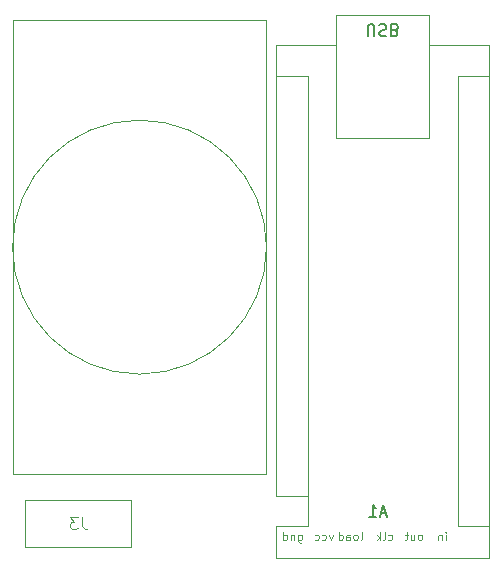
<source format=gbr>
%TF.GenerationSoftware,KiCad,Pcbnew,9.0.1*%
%TF.CreationDate,2025-06-22T03:23:01+02:00*%
%TF.ProjectId,Arduino socket,41726475-696e-46f2-9073-6f636b65742e,rev?*%
%TF.SameCoordinates,Original*%
%TF.FileFunction,Legend,Bot*%
%TF.FilePolarity,Positive*%
%FSLAX46Y46*%
G04 Gerber Fmt 4.6, Leading zero omitted, Abs format (unit mm)*
G04 Created by KiCad (PCBNEW 9.0.1) date 2025-06-22 03:23:01*
%MOMM*%
%LPD*%
G01*
G04 APERTURE LIST*
%ADD10C,0.100000*%
%ADD11C,0.150000*%
%ADD12C,0.120000*%
G04 APERTURE END LIST*
D10*
X143023544Y-92365133D02*
X143023544Y-91898466D01*
X143023544Y-91665133D02*
X143056877Y-91698466D01*
X143056877Y-91698466D02*
X143023544Y-91731800D01*
X143023544Y-91731800D02*
X142990211Y-91698466D01*
X142990211Y-91698466D02*
X143023544Y-91665133D01*
X143023544Y-91665133D02*
X143023544Y-91731800D01*
X142690211Y-91898466D02*
X142690211Y-92365133D01*
X142690211Y-91965133D02*
X142656878Y-91931800D01*
X142656878Y-91931800D02*
X142590211Y-91898466D01*
X142590211Y-91898466D02*
X142490211Y-91898466D01*
X142490211Y-91898466D02*
X142423544Y-91931800D01*
X142423544Y-91931800D02*
X142390211Y-91998466D01*
X142390211Y-91998466D02*
X142390211Y-92365133D01*
X140891544Y-92365133D02*
X140958211Y-92331800D01*
X140958211Y-92331800D02*
X140991544Y-92298466D01*
X140991544Y-92298466D02*
X141024877Y-92231800D01*
X141024877Y-92231800D02*
X141024877Y-92031800D01*
X141024877Y-92031800D02*
X140991544Y-91965133D01*
X140991544Y-91965133D02*
X140958211Y-91931800D01*
X140958211Y-91931800D02*
X140891544Y-91898466D01*
X140891544Y-91898466D02*
X140791544Y-91898466D01*
X140791544Y-91898466D02*
X140724877Y-91931800D01*
X140724877Y-91931800D02*
X140691544Y-91965133D01*
X140691544Y-91965133D02*
X140658211Y-92031800D01*
X140658211Y-92031800D02*
X140658211Y-92231800D01*
X140658211Y-92231800D02*
X140691544Y-92298466D01*
X140691544Y-92298466D02*
X140724877Y-92331800D01*
X140724877Y-92331800D02*
X140791544Y-92365133D01*
X140791544Y-92365133D02*
X140891544Y-92365133D01*
X140058211Y-91898466D02*
X140058211Y-92365133D01*
X140358211Y-91898466D02*
X140358211Y-92265133D01*
X140358211Y-92265133D02*
X140324878Y-92331800D01*
X140324878Y-92331800D02*
X140258211Y-92365133D01*
X140258211Y-92365133D02*
X140158211Y-92365133D01*
X140158211Y-92365133D02*
X140091544Y-92331800D01*
X140091544Y-92331800D02*
X140058211Y-92298466D01*
X139824878Y-91898466D02*
X139558211Y-91898466D01*
X139724878Y-91665133D02*
X139724878Y-92265133D01*
X139724878Y-92265133D02*
X139691545Y-92331800D01*
X139691545Y-92331800D02*
X139624878Y-92365133D01*
X139624878Y-92365133D02*
X139558211Y-92365133D01*
X138151544Y-92331800D02*
X138218211Y-92365133D01*
X138218211Y-92365133D02*
X138351544Y-92365133D01*
X138351544Y-92365133D02*
X138418211Y-92331800D01*
X138418211Y-92331800D02*
X138451544Y-92298466D01*
X138451544Y-92298466D02*
X138484877Y-92231800D01*
X138484877Y-92231800D02*
X138484877Y-92031800D01*
X138484877Y-92031800D02*
X138451544Y-91965133D01*
X138451544Y-91965133D02*
X138418211Y-91931800D01*
X138418211Y-91931800D02*
X138351544Y-91898466D01*
X138351544Y-91898466D02*
X138218211Y-91898466D01*
X138218211Y-91898466D02*
X138151544Y-91931800D01*
X137751544Y-92365133D02*
X137818211Y-92331800D01*
X137818211Y-92331800D02*
X137851544Y-92265133D01*
X137851544Y-92265133D02*
X137851544Y-91665133D01*
X137484877Y-92365133D02*
X137484877Y-91665133D01*
X137418210Y-92098466D02*
X137218210Y-92365133D01*
X137218210Y-91898466D02*
X137484877Y-92165133D01*
X135811544Y-92365133D02*
X135878211Y-92331800D01*
X135878211Y-92331800D02*
X135911544Y-92265133D01*
X135911544Y-92265133D02*
X135911544Y-91665133D01*
X135444877Y-92365133D02*
X135511544Y-92331800D01*
X135511544Y-92331800D02*
X135544877Y-92298466D01*
X135544877Y-92298466D02*
X135578210Y-92231800D01*
X135578210Y-92231800D02*
X135578210Y-92031800D01*
X135578210Y-92031800D02*
X135544877Y-91965133D01*
X135544877Y-91965133D02*
X135511544Y-91931800D01*
X135511544Y-91931800D02*
X135444877Y-91898466D01*
X135444877Y-91898466D02*
X135344877Y-91898466D01*
X135344877Y-91898466D02*
X135278210Y-91931800D01*
X135278210Y-91931800D02*
X135244877Y-91965133D01*
X135244877Y-91965133D02*
X135211544Y-92031800D01*
X135211544Y-92031800D02*
X135211544Y-92231800D01*
X135211544Y-92231800D02*
X135244877Y-92298466D01*
X135244877Y-92298466D02*
X135278210Y-92331800D01*
X135278210Y-92331800D02*
X135344877Y-92365133D01*
X135344877Y-92365133D02*
X135444877Y-92365133D01*
X134611544Y-92365133D02*
X134611544Y-91998466D01*
X134611544Y-91998466D02*
X134644877Y-91931800D01*
X134644877Y-91931800D02*
X134711544Y-91898466D01*
X134711544Y-91898466D02*
X134844877Y-91898466D01*
X134844877Y-91898466D02*
X134911544Y-91931800D01*
X134611544Y-92331800D02*
X134678211Y-92365133D01*
X134678211Y-92365133D02*
X134844877Y-92365133D01*
X134844877Y-92365133D02*
X134911544Y-92331800D01*
X134911544Y-92331800D02*
X134944877Y-92265133D01*
X134944877Y-92265133D02*
X134944877Y-92198466D01*
X134944877Y-92198466D02*
X134911544Y-92131800D01*
X134911544Y-92131800D02*
X134844877Y-92098466D01*
X134844877Y-92098466D02*
X134678211Y-92098466D01*
X134678211Y-92098466D02*
X134611544Y-92065133D01*
X133978211Y-92365133D02*
X133978211Y-91665133D01*
X133978211Y-92331800D02*
X134044878Y-92365133D01*
X134044878Y-92365133D02*
X134178211Y-92365133D01*
X134178211Y-92365133D02*
X134244878Y-92331800D01*
X134244878Y-92331800D02*
X134278211Y-92298466D01*
X134278211Y-92298466D02*
X134311544Y-92231800D01*
X134311544Y-92231800D02*
X134311544Y-92031800D01*
X134311544Y-92031800D02*
X134278211Y-91965133D01*
X134278211Y-91965133D02*
X134244878Y-91931800D01*
X134244878Y-91931800D02*
X134178211Y-91898466D01*
X134178211Y-91898466D02*
X134044878Y-91898466D01*
X134044878Y-91898466D02*
X133978211Y-91931800D01*
X133438211Y-91898466D02*
X133271544Y-92365133D01*
X133271544Y-92365133D02*
X133104877Y-91898466D01*
X132538211Y-92331800D02*
X132604878Y-92365133D01*
X132604878Y-92365133D02*
X132738211Y-92365133D01*
X132738211Y-92365133D02*
X132804878Y-92331800D01*
X132804878Y-92331800D02*
X132838211Y-92298466D01*
X132838211Y-92298466D02*
X132871544Y-92231800D01*
X132871544Y-92231800D02*
X132871544Y-92031800D01*
X132871544Y-92031800D02*
X132838211Y-91965133D01*
X132838211Y-91965133D02*
X132804878Y-91931800D01*
X132804878Y-91931800D02*
X132738211Y-91898466D01*
X132738211Y-91898466D02*
X132604878Y-91898466D01*
X132604878Y-91898466D02*
X132538211Y-91931800D01*
X131938211Y-92331800D02*
X132004878Y-92365133D01*
X132004878Y-92365133D02*
X132138211Y-92365133D01*
X132138211Y-92365133D02*
X132204878Y-92331800D01*
X132204878Y-92331800D02*
X132238211Y-92298466D01*
X132238211Y-92298466D02*
X132271544Y-92231800D01*
X132271544Y-92231800D02*
X132271544Y-92031800D01*
X132271544Y-92031800D02*
X132238211Y-91965133D01*
X132238211Y-91965133D02*
X132204878Y-91931800D01*
X132204878Y-91931800D02*
X132138211Y-91898466D01*
X132138211Y-91898466D02*
X132004878Y-91898466D01*
X132004878Y-91898466D02*
X131938211Y-91931800D01*
X130531544Y-91898466D02*
X130531544Y-92465133D01*
X130531544Y-92465133D02*
X130564877Y-92531800D01*
X130564877Y-92531800D02*
X130598211Y-92565133D01*
X130598211Y-92565133D02*
X130664877Y-92598466D01*
X130664877Y-92598466D02*
X130764877Y-92598466D01*
X130764877Y-92598466D02*
X130831544Y-92565133D01*
X130531544Y-92331800D02*
X130598211Y-92365133D01*
X130598211Y-92365133D02*
X130731544Y-92365133D01*
X130731544Y-92365133D02*
X130798211Y-92331800D01*
X130798211Y-92331800D02*
X130831544Y-92298466D01*
X130831544Y-92298466D02*
X130864877Y-92231800D01*
X130864877Y-92231800D02*
X130864877Y-92031800D01*
X130864877Y-92031800D02*
X130831544Y-91965133D01*
X130831544Y-91965133D02*
X130798211Y-91931800D01*
X130798211Y-91931800D02*
X130731544Y-91898466D01*
X130731544Y-91898466D02*
X130598211Y-91898466D01*
X130598211Y-91898466D02*
X130531544Y-91931800D01*
X130198211Y-91898466D02*
X130198211Y-92365133D01*
X130198211Y-91965133D02*
X130164878Y-91931800D01*
X130164878Y-91931800D02*
X130098211Y-91898466D01*
X130098211Y-91898466D02*
X129998211Y-91898466D01*
X129998211Y-91898466D02*
X129931544Y-91931800D01*
X129931544Y-91931800D02*
X129898211Y-91998466D01*
X129898211Y-91998466D02*
X129898211Y-92365133D01*
X129264878Y-92365133D02*
X129264878Y-91665133D01*
X129264878Y-92331800D02*
X129331545Y-92365133D01*
X129331545Y-92365133D02*
X129464878Y-92365133D01*
X129464878Y-92365133D02*
X129531545Y-92331800D01*
X129531545Y-92331800D02*
X129564878Y-92298466D01*
X129564878Y-92298466D02*
X129598211Y-92231800D01*
X129598211Y-92231800D02*
X129598211Y-92031800D01*
X129598211Y-92031800D02*
X129564878Y-91965133D01*
X129564878Y-91965133D02*
X129531545Y-91931800D01*
X129531545Y-91931800D02*
X129464878Y-91898466D01*
X129464878Y-91898466D02*
X129331545Y-91898466D01*
X129331545Y-91898466D02*
X129264878Y-91931800D01*
D11*
X137985284Y-90085104D02*
X137509094Y-90085104D01*
X138080522Y-90370819D02*
X137747189Y-89370819D01*
X137747189Y-89370819D02*
X137413856Y-90370819D01*
X136556713Y-90370819D02*
X137128141Y-90370819D01*
X136842427Y-90370819D02*
X136842427Y-89370819D01*
X136842427Y-89370819D02*
X136937665Y-89513676D01*
X136937665Y-89513676D02*
X137032903Y-89608914D01*
X137032903Y-89608914D02*
X137128141Y-89656533D01*
X136406095Y-49694180D02*
X136406095Y-48884657D01*
X136406095Y-48884657D02*
X136453714Y-48789419D01*
X136453714Y-48789419D02*
X136501333Y-48741800D01*
X136501333Y-48741800D02*
X136596571Y-48694180D01*
X136596571Y-48694180D02*
X136787047Y-48694180D01*
X136787047Y-48694180D02*
X136882285Y-48741800D01*
X136882285Y-48741800D02*
X136929904Y-48789419D01*
X136929904Y-48789419D02*
X136977523Y-48884657D01*
X136977523Y-48884657D02*
X136977523Y-49694180D01*
X137406095Y-48741800D02*
X137548952Y-48694180D01*
X137548952Y-48694180D02*
X137787047Y-48694180D01*
X137787047Y-48694180D02*
X137882285Y-48741800D01*
X137882285Y-48741800D02*
X137929904Y-48789419D01*
X137929904Y-48789419D02*
X137977523Y-48884657D01*
X137977523Y-48884657D02*
X137977523Y-48979895D01*
X137977523Y-48979895D02*
X137929904Y-49075133D01*
X137929904Y-49075133D02*
X137882285Y-49122752D01*
X137882285Y-49122752D02*
X137787047Y-49170371D01*
X137787047Y-49170371D02*
X137596571Y-49217990D01*
X137596571Y-49217990D02*
X137501333Y-49265609D01*
X137501333Y-49265609D02*
X137453714Y-49313228D01*
X137453714Y-49313228D02*
X137406095Y-49408466D01*
X137406095Y-49408466D02*
X137406095Y-49503704D01*
X137406095Y-49503704D02*
X137453714Y-49598942D01*
X137453714Y-49598942D02*
X137501333Y-49646561D01*
X137501333Y-49646561D02*
X137596571Y-49694180D01*
X137596571Y-49694180D02*
X137834666Y-49694180D01*
X137834666Y-49694180D02*
X137977523Y-49646561D01*
X138739428Y-49217990D02*
X138882285Y-49170371D01*
X138882285Y-49170371D02*
X138929904Y-49122752D01*
X138929904Y-49122752D02*
X138977523Y-49027514D01*
X138977523Y-49027514D02*
X138977523Y-48884657D01*
X138977523Y-48884657D02*
X138929904Y-48789419D01*
X138929904Y-48789419D02*
X138882285Y-48741800D01*
X138882285Y-48741800D02*
X138787047Y-48694180D01*
X138787047Y-48694180D02*
X138406095Y-48694180D01*
X138406095Y-48694180D02*
X138406095Y-49694180D01*
X138406095Y-49694180D02*
X138739428Y-49694180D01*
X138739428Y-49694180D02*
X138834666Y-49646561D01*
X138834666Y-49646561D02*
X138882285Y-49598942D01*
X138882285Y-49598942D02*
X138929904Y-49503704D01*
X138929904Y-49503704D02*
X138929904Y-49408466D01*
X138929904Y-49408466D02*
X138882285Y-49313228D01*
X138882285Y-49313228D02*
X138834666Y-49265609D01*
X138834666Y-49265609D02*
X138739428Y-49217990D01*
X138739428Y-49217990D02*
X138406095Y-49217990D01*
D10*
X112228332Y-90421419D02*
X112228332Y-91135704D01*
X112228332Y-91135704D02*
X112275951Y-91278561D01*
X112275951Y-91278561D02*
X112371189Y-91373800D01*
X112371189Y-91373800D02*
X112514046Y-91421419D01*
X112514046Y-91421419D02*
X112609284Y-91421419D01*
X111847379Y-90421419D02*
X111228332Y-90421419D01*
X111228332Y-90421419D02*
X111561665Y-90802371D01*
X111561665Y-90802371D02*
X111418808Y-90802371D01*
X111418808Y-90802371D02*
X111323570Y-90849990D01*
X111323570Y-90849990D02*
X111275951Y-90897609D01*
X111275951Y-90897609D02*
X111228332Y-90992847D01*
X111228332Y-90992847D02*
X111228332Y-91230942D01*
X111228332Y-91230942D02*
X111275951Y-91326180D01*
X111275951Y-91326180D02*
X111323570Y-91373800D01*
X111323570Y-91373800D02*
X111418808Y-91421419D01*
X111418808Y-91421419D02*
X111704522Y-91421419D01*
X111704522Y-91421419D02*
X111799760Y-91373800D01*
X111799760Y-91373800D02*
X111847379Y-91326180D01*
%TO.C,RTC1*%
X106344000Y-48314000D02*
X127844000Y-48314000D01*
X127844000Y-86814000D01*
X106344000Y-86814000D01*
X106344000Y-48314000D01*
X127844000Y-67564000D02*
G75*
G02*
X106344000Y-67564000I-10750000J0D01*
G01*
X106344000Y-67564000D02*
G75*
G02*
X127844000Y-67564000I10750000J0D01*
G01*
D12*
%TO.C,A1*%
X128648000Y-50416000D02*
X133728000Y-50416000D01*
X128648000Y-88646000D02*
X128648000Y-50416000D01*
X128648000Y-93856000D02*
X128648000Y-91186000D01*
X131318000Y-53086000D02*
X128648000Y-53086000D01*
X131318000Y-88646000D02*
X128648000Y-88646000D01*
X131318000Y-88646000D02*
X131318000Y-53086000D01*
X131318000Y-88646000D02*
X131318000Y-91186000D01*
X131318000Y-91186000D02*
X128648000Y-91186000D01*
X133728000Y-47876000D02*
X133728000Y-58296000D01*
X133728000Y-58296000D02*
X141608000Y-58296000D01*
X141608000Y-47876000D02*
X133728000Y-47876000D01*
X141608000Y-58296000D02*
X141608000Y-47876000D01*
X144018000Y-53086000D02*
X146688000Y-53086000D01*
X144018000Y-91186000D02*
X144018000Y-53086000D01*
X144018000Y-91186000D02*
X146688000Y-91186000D01*
X146688000Y-50416000D02*
X141608000Y-50416000D01*
X146688000Y-50416000D02*
X146688000Y-93856000D01*
X146688000Y-93856000D02*
X128648000Y-93856000D01*
%TO.C,J3*%
D10*
X116394999Y-88964000D02*
X107394999Y-88964000D01*
X107394999Y-92964000D01*
X116394999Y-92964000D01*
X116394999Y-88964000D01*
%TD*%
M02*

</source>
